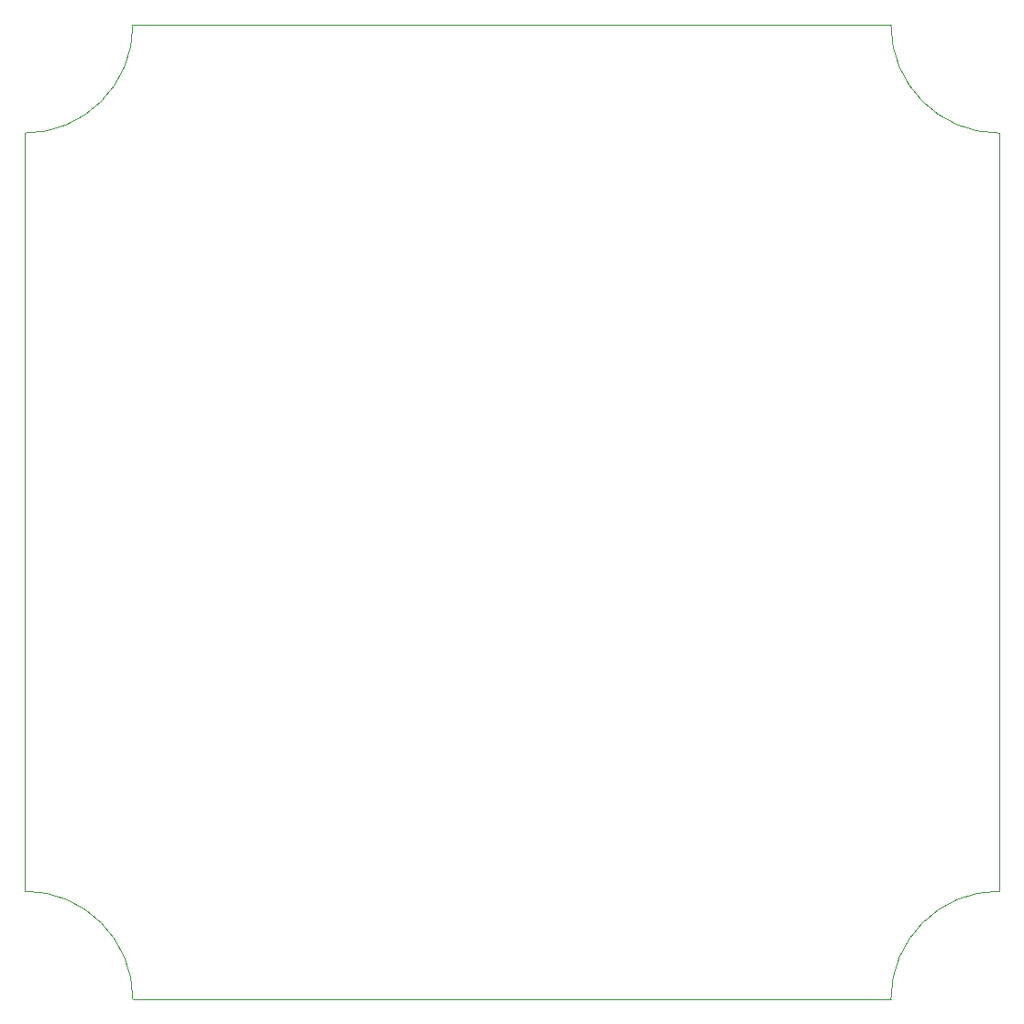
<source format=gbr>
%TF.GenerationSoftware,KiCad,Pcbnew,(5.1.10)-1*%
%TF.CreationDate,2021-10-13T21:22:00+02:00*%
%TF.ProjectId,HotTubControl,486f7454-7562-4436-9f6e-74726f6c2e6b,rev?*%
%TF.SameCoordinates,Original*%
%TF.FileFunction,Profile,NP*%
%FSLAX46Y46*%
G04 Gerber Fmt 4.6, Leading zero omitted, Abs format (unit mm)*
G04 Created by KiCad (PCBNEW (5.1.10)-1) date 2021-10-13 21:22:00*
%MOMM*%
%LPD*%
G01*
G04 APERTURE LIST*
%TA.AperFunction,Profile*%
%ADD10C,0.050000*%
%TD*%
G04 APERTURE END LIST*
D10*
X66280000Y-57350000D02*
G75*
G02*
X56280000Y-67350000I-10000000J0D01*
G01*
X146280000Y-67350000D02*
G75*
G02*
X136280000Y-57350000I0J10000000D01*
G01*
X136280000Y-147350000D02*
G75*
G02*
X146280000Y-137350000I10000000J0D01*
G01*
X56280000Y-137350000D02*
G75*
G02*
X66280000Y-147350000I0J-10000000D01*
G01*
X56280000Y-67350000D02*
X56280000Y-137350000D01*
X66280000Y-57350000D02*
X136280000Y-57350000D01*
X146280000Y-67350000D02*
X146280000Y-137350000D01*
X66280000Y-147350000D02*
X136280000Y-147350000D01*
M02*

</source>
